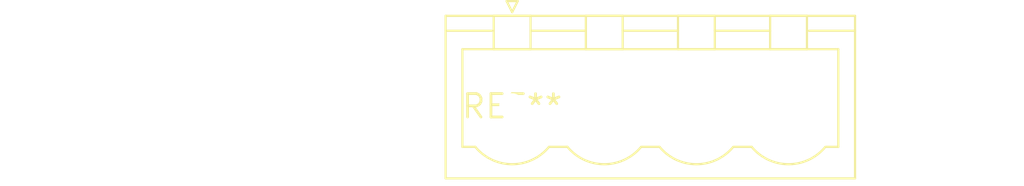
<source format=kicad_pcb>
(kicad_pcb (version 20240108) (generator pcbnew)
  (layers (0 "F.Cu" signal) (31 "B.Cu" signal) (34 "B.Paste" user) (35 "F.Paste" user) (36 "B.SilkS" user "B.Silkscreen") (37 "F.SilkS" user "F.Silkscreen") (38 "B.Mask" user) (39 "F.Mask" user) (44 "Edge.Cuts" user))
  (net 0 "")
  (footprint "PhoenixContact_MSTBVA_2,5_4-G_1x04_P5.00mm_Vertical" (layer "F.Cu") (at 0 0)
    (property "Reference" "REF**")
    (property "Value" "PhoenixContact_MSTBVA_2,5_4-G_1x04_P5.00mm_Vertical")
    (fp_line (start -3.61 -4.91) (end -3.61 3.91) (layer "F.SilkS") (stroke (width 0.12)))
    (fp_line (start -3.61 -4.1) (end -1.11 -4.1) (layer "F.SilkS") (stroke (width 0.12)))
    (fp_line (start -3.61 3.91) (end 18.61 3.91) (layer "F.SilkS") (stroke (width 0.12)))
    (fp_line (start -2.7 -3.1) (end 17.7 -3.1) (layer "F.SilkS") (stroke (width 0.12)))
    (fp_line (start -2.7 2.2) (end -2.7 -3.1) (layer "F.SilkS") (stroke (width 0.12)))
    (fp_line (start -2 2.2) (end -2.7 2.2) (layer "F.SilkS") (stroke (width 0.12)))
    (fp_line (start -1 -4.91) (end 1 -4.91) (layer "F.SilkS") (stroke (width 0.12)))
    (fp_line (start -1 -3.1) (end -1 -4.91) (layer "F.SilkS") (stroke (width 0.12)))
    (fp_line (start -0.3 -5.71) (end 0.3 -5.71) (layer "F.SilkS") (stroke (width 0.12)))
    (fp_line (start 0 -5.11) (end -0.3 -5.71) (layer "F.SilkS") (stroke (width 0.12)))
    (fp_line (start 0.3 -5.71) (end 0 -5.11) (layer "F.SilkS") (stroke (width 0.12)))
    (fp_line (start 1 -4.91) (end 1 -3.1) (layer "F.SilkS") (stroke (width 0.12)))
    (fp_line (start 1 -4.1) (end 4 -4.1) (layer "F.SilkS") (stroke (width 0.12)))
    (fp_line (start 1 -3.1) (end -1 -3.1) (layer "F.SilkS") (stroke (width 0.12)))
    (fp_line (start 2 2.2) (end 3 2.2) (layer "F.SilkS") (stroke (width 0.12)))
    (fp_line (start 4 -4.91) (end 6 -4.91) (layer "F.SilkS") (stroke (width 0.12)))
    (fp_line (start 4 -3.1) (end 4 -4.91) (layer "F.SilkS") (stroke (width 0.12)))
    (fp_line (start 6 -4.91) (end 6 -3.1) (layer "F.SilkS") (stroke (width 0.12)))
    (fp_line (start 6 -4.1) (end 9 -4.1) (layer "F.SilkS") (stroke (width 0.12)))
    (fp_line (start 6 -3.1) (end 4 -3.1) (layer "F.SilkS") (stroke (width 0.12)))
    (fp_line (start 7 2.2) (end 8 2.2) (layer "F.SilkS") (stroke (width 0.12)))
    (fp_line (start 9 -4.91) (end 11 -4.91) (layer "F.SilkS") (stroke (width 0.12)))
    (fp_line (start 9 -3.1) (end 9 -4.91) (layer "F.SilkS") (stroke (width 0.12)))
    (fp_line (start 11 -4.91) (end 11 -3.1) (layer "F.SilkS") (stroke (width 0.12)))
    (fp_line (start 11 -4.1) (end 14 -4.1) (layer "F.SilkS") (stroke (width 0.12)))
    (fp_line (start 11 -3.1) (end 9 -3.1) (layer "F.SilkS") (stroke (width 0.12)))
    (fp_line (start 12 2.2) (end 13 2.2) (layer "F.SilkS") (stroke (width 0.12)))
    (fp_line (start 14 -4.91) (end 16 -4.91) (layer "F.SilkS") (stroke (width 0.12)))
    (fp_line (start 14 -3.1) (end 14 -4.91) (layer "F.SilkS") (stroke (width 0.12)))
    (fp_line (start 16 -4.91) (end 16 -3.1) (layer "F.SilkS") (stroke (width 0.12)))
    (fp_line (start 16 -3.1) (end 14 -3.1) (layer "F.SilkS") (stroke (width 0.12)))
    (fp_line (start 17.7 -3.1) (end 17.7 2.2) (layer "F.SilkS") (stroke (width 0.12)))
    (fp_line (start 17.7 2.2) (end 17 2.2) (layer "F.SilkS") (stroke (width 0.12)))
    (fp_line (start 18.61 -4.91) (end -3.61 -4.91) (layer "F.SilkS") (stroke (width 0.12)))
    (fp_line (start 18.61 -4.1) (end 16.11 -4.1) (layer "F.SilkS") (stroke (width 0.12)))
    (fp_line (start 18.61 3.91) (end 18.61 -4.91) (layer "F.SilkS") (stroke (width 0.12)))
    (fp_arc (start 1.986842 2.215821) (mid -0.010289 3.142758) (end -2 2.2) (layer "F.SilkS") (stroke (width 0.12)))
    (fp_arc (start 6.986842 2.215821) (mid 4.989711 3.142758) (end 3 2.2) (layer "F.SilkS") (stroke (width 0.12)))
    (fp_arc (start 11.986842 2.215821) (mid 9.989711 3.142758) (end 8 2.2) (layer "F.SilkS") (stroke (width 0.12)))
    (fp_arc (start 16.986842 2.215821) (mid 14.989711 3.142758) (end 13 2.2) (layer "F.SilkS") (stroke (width 0.12)))
    (pad "1" thru_hole roundrect (at 0 0) (size 2 3.6) (drill 1.4) (layers *.Cu *.Mask) (remove_unused_layers) (roundrect_rratio 0.125))
    (pad "2" thru_hole oval (at 5 0) (size 2 3.6) (drill 1.4) (layers *.Cu *.Mask) (remove_unused_layers))
    (pad "3" thru_hole oval (at 10 0) (size 2 3.6) (drill 1.4) (layers *.Cu *.Mask) (remove_unused_layers))
    (pad "4" thru_hole oval (at 15 0) (size 2 3.6) (drill 1.4) (layers *.Cu *.Mask) (remove_unused_layers))
  )
)
</source>
